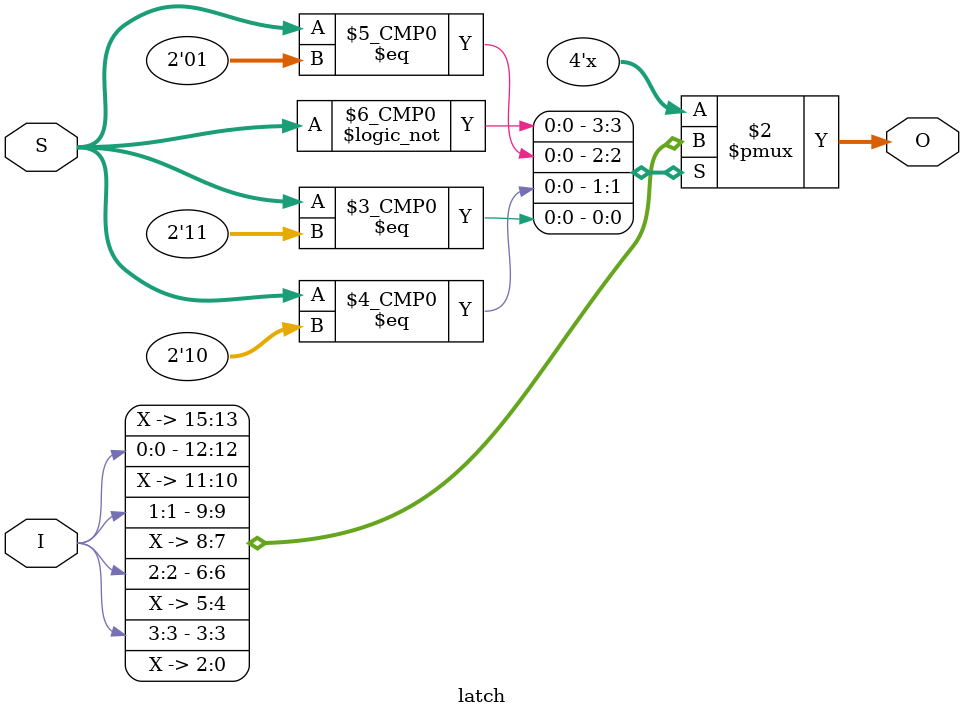
<source format=v>
`timescale 1ns / 1ps

`timescale 1ns/1ps
module latch (
    input [3:0] I,
    input [1:0] S,
    output reg [3:0] O
);

always @ (I, S)
    case (S)
    2'b00:
        O = {O[3:1], I[0]};
    2'b01:
        O = {O[3], O[2], I[1], O[0]};
    2'b10:
        O = {O[3], I[2], O[1], O[0]};
    2'b11:
        O = {I[3], O[2:0]};
    default:
        O = O;
    endcase
endmodule


</source>
